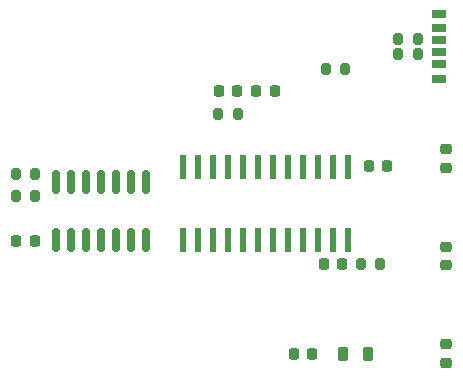
<source format=gbr>
%TF.GenerationSoftware,KiCad,Pcbnew,(6.0.6-0)*%
%TF.CreationDate,2022-10-23T01:51:18+09:00*%
%TF.ProjectId,Subaru,53756261-7275-42e6-9b69-6361645f7063,rev?*%
%TF.SameCoordinates,Original*%
%TF.FileFunction,Paste,Bot*%
%TF.FilePolarity,Positive*%
%FSLAX46Y46*%
G04 Gerber Fmt 4.6, Leading zero omitted, Abs format (unit mm)*
G04 Created by KiCad (PCBNEW (6.0.6-0)) date 2022-10-23 01:51:18*
%MOMM*%
%LPD*%
G01*
G04 APERTURE LIST*
G04 Aperture macros list*
%AMRoundRect*
0 Rectangle with rounded corners*
0 $1 Rounding radius*
0 $2 $3 $4 $5 $6 $7 $8 $9 X,Y pos of 4 corners*
0 Add a 4 corners polygon primitive as box body*
4,1,4,$2,$3,$4,$5,$6,$7,$8,$9,$2,$3,0*
0 Add four circle primitives for the rounded corners*
1,1,$1+$1,$2,$3*
1,1,$1+$1,$4,$5*
1,1,$1+$1,$6,$7*
1,1,$1+$1,$8,$9*
0 Add four rect primitives between the rounded corners*
20,1,$1+$1,$2,$3,$4,$5,0*
20,1,$1+$1,$4,$5,$6,$7,0*
20,1,$1+$1,$6,$7,$8,$9,0*
20,1,$1+$1,$8,$9,$2,$3,0*%
G04 Aperture macros list end*
%ADD10R,0.600000X2.000000*%
%ADD11RoundRect,0.218750X0.218750X0.381250X-0.218750X0.381250X-0.218750X-0.381250X0.218750X-0.381250X0*%
%ADD12RoundRect,0.225000X-0.225000X-0.250000X0.225000X-0.250000X0.225000X0.250000X-0.225000X0.250000X0*%
%ADD13RoundRect,0.200000X0.200000X0.275000X-0.200000X0.275000X-0.200000X-0.275000X0.200000X-0.275000X0*%
%ADD14R,1.200000X0.700000*%
%ADD15R,1.200000X0.800000*%
%ADD16R,1.200000X0.760000*%
%ADD17RoundRect,0.225000X0.225000X0.250000X-0.225000X0.250000X-0.225000X-0.250000X0.225000X-0.250000X0*%
%ADD18RoundRect,0.225000X0.250000X-0.225000X0.250000X0.225000X-0.250000X0.225000X-0.250000X-0.225000X0*%
%ADD19RoundRect,0.200000X-0.200000X-0.275000X0.200000X-0.275000X0.200000X0.275000X-0.200000X0.275000X0*%
%ADD20RoundRect,0.150000X-0.150000X0.825000X-0.150000X-0.825000X0.150000X-0.825000X0.150000X0.825000X0*%
G04 APERTURE END LIST*
D10*
%TO.C,U2*%
X127635000Y-85800000D03*
X128905000Y-85800000D03*
X130175000Y-85800000D03*
X131445000Y-85800000D03*
X132715000Y-85800000D03*
X133985000Y-85800000D03*
X135255000Y-85800000D03*
X136525000Y-85800000D03*
X137795000Y-85800000D03*
X139065000Y-85800000D03*
X140335000Y-85800000D03*
X141605000Y-85800000D03*
X141605000Y-92000000D03*
X140335000Y-92000000D03*
X139065000Y-92000000D03*
X137795000Y-92000000D03*
X136525000Y-92000000D03*
X135255000Y-92000000D03*
X133985000Y-92000000D03*
X132715000Y-92000000D03*
X131445000Y-92000000D03*
X130175000Y-92000000D03*
X128905000Y-92000000D03*
X127635000Y-92000000D03*
%TD*%
D11*
%TO.C,L1*%
X143302500Y-101600000D03*
X141177500Y-101600000D03*
%TD*%
D12*
%TO.C,C6*%
X130670000Y-79375000D03*
X132220000Y-79375000D03*
%TD*%
D13*
%TO.C,R3*%
X147510000Y-74930000D03*
X145860000Y-74930000D03*
%TD*%
D14*
%TO.C,J3*%
X149320000Y-75065000D03*
X149320000Y-76065000D03*
D15*
X149320000Y-78315000D03*
X149320000Y-72815000D03*
D16*
X149320000Y-77085000D03*
X149320000Y-74045000D03*
%TD*%
D17*
%TO.C,C7*%
X115075000Y-92075000D03*
X113525000Y-92075000D03*
%TD*%
%TO.C,C10*%
X138570000Y-101600000D03*
X137020000Y-101600000D03*
%TD*%
D18*
%TO.C,C3*%
X149860000Y-85865000D03*
X149860000Y-84315000D03*
%TD*%
%TO.C,C2*%
X149900000Y-94120000D03*
X149900000Y-92570000D03*
%TD*%
D13*
%TO.C,R4*%
X147510000Y-76200000D03*
X145860000Y-76200000D03*
%TD*%
D19*
%TO.C,R1*%
X113475000Y-88265000D03*
X115125000Y-88265000D03*
%TD*%
D17*
%TO.C,C9*%
X141110000Y-93980000D03*
X139560000Y-93980000D03*
%TD*%
D19*
%TO.C,R2*%
X113475000Y-86360000D03*
X115125000Y-86360000D03*
%TD*%
D17*
%TO.C,C4*%
X135395000Y-79375000D03*
X133845000Y-79375000D03*
%TD*%
D19*
%TO.C,R5*%
X130620000Y-81280000D03*
X132270000Y-81280000D03*
%TD*%
D13*
%TO.C,R8*%
X144335000Y-93980000D03*
X142685000Y-93980000D03*
%TD*%
D20*
%TO.C,U1*%
X116840000Y-87060000D03*
X118110000Y-87060000D03*
X119380000Y-87060000D03*
X120650000Y-87060000D03*
X121920000Y-87060000D03*
X123190000Y-87060000D03*
X124460000Y-87060000D03*
X124460000Y-92010000D03*
X123190000Y-92010000D03*
X121920000Y-92010000D03*
X120650000Y-92010000D03*
X119380000Y-92010000D03*
X118110000Y-92010000D03*
X116840000Y-92010000D03*
%TD*%
D18*
%TO.C,C1*%
X149940000Y-102375000D03*
X149940000Y-100825000D03*
%TD*%
D13*
%TO.C,R7*%
X141350000Y-77470000D03*
X139700000Y-77470000D03*
%TD*%
D12*
%TO.C,C5*%
X143370000Y-85725000D03*
X144920000Y-85725000D03*
%TD*%
M02*

</source>
